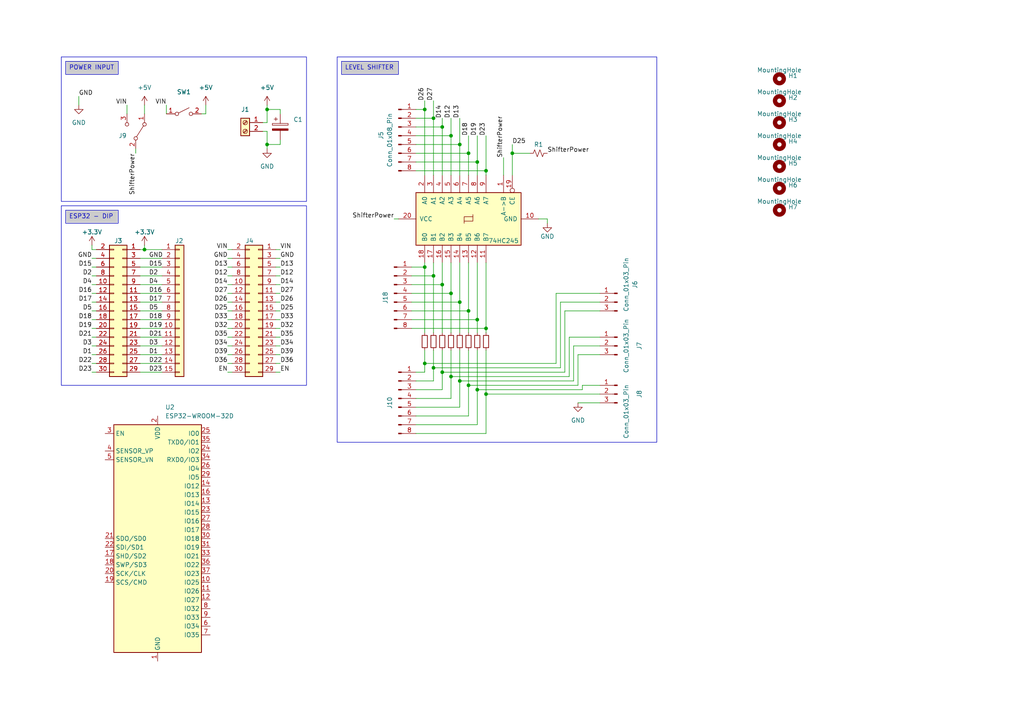
<source format=kicad_sch>
(kicad_sch (version 20230121) (generator eeschema)
  (paper "A4")
  (lib_symbols
    (symbol "74xx:74HC245" (pin_names (offset 1.016))
      (property "Reference" "U" (at -7.62 16.51 0))
      (property "Value" "74HC245" (at -7.62 -16.51 0))
      (symbol "74HC245_1_0"
        (polyline (pts (xy -0.635 -1.27) (xy -0.635 1.27) (xy 0.635 1.27)))
        (polyline (pts (xy -1.27 -1.27) (xy 0.635 -1.27) (xy 0.635 1.27) (xy 1.27 1.27)))
        (pin input line (at -12.7 -10.16 0) (length 5.08) (name "A->B") (number "1"))
        (pin power_in line (at 0 -20.32 90) (length 5.08) (name "GND") (number "10"))
        (pin tri_state line (at 12.7 -5.08 180) (length 5.08) (name "B7") (number "11"))
        (pin tri_state line (at 12.7 -2.54 180) (length 5.08) (name "B6") (number "12"))
        (pin tri_state line (at 12.7 0 180) (length 5.08) (name "B5") (number "13"))
        (pin tri_state line (at 12.7 2.54 180) (length 5.08) (name "B4") (number "14"))
        (pin tri_state line (at 12.7 5.08 180) (length 5.08) (name "B3") (number "15"))
        (pin tri_state line (at 12.7 7.62 180) (length 5.08) (name "B2") (number "16"))
        (pin tri_state line (at 12.7 10.16 180) (length 5.08) (name "B1") (number "17"))
        (pin tri_state line (at 12.7 12.7 180) (length 5.08) (name "B0") (number "18"))
        (pin input inverted (at -12.7 -12.7 0) (length 5.08) (name "CE") (number "19"))
        (pin tri_state line (at -12.7 12.7 0) (length 5.08) (name "A0") (number "2"))
        (pin power_in line (at 0 20.32 270) (length 5.08) (name "VCC") (number "20"))
        (pin tri_state line (at -12.7 10.16 0) (length 5.08) (name "A1") (number "3"))
        (pin tri_state line (at -12.7 7.62 0) (length 5.08) (name "A2") (number "4"))
        (pin tri_state line (at -12.7 5.08 0) (length 5.08) (name "A3") (number "5"))
        (pin tri_state line (at -12.7 2.54 0) (length 5.08) (name "A4") (number "6"))
        (pin tri_state line (at -12.7 0 0) (length 5.08) (name "A5") (number "7"))
        (pin tri_state line (at -12.7 -2.54 0) (length 5.08) (name "A6") (number "8"))
        (pin tri_state line (at -12.7 -5.08 0) (length 5.08) (name "A7") (number "9"))
      )
      (symbol "74HC245_1_1"
        (rectangle (start -7.62 15.24) (end 7.62 -15.24) (stroke (width 0.254)) (fill (type background)))
      )
    )
    (symbol "Connector:Conn_01x03_Pin" (pin_names (offset 1.016) hide)
      (property "Reference" "J" (at 0 5.08 0))
      (property "Value" "Conn_01x03_Pin" (at 0 -5.08 0))
      (symbol "Conn_01x03_Pin_1_1"
        (polyline (pts (xy 1.27 -2.54) (xy 0.8636 -2.54)) (stroke (width 0.1524)))
        (polyline (pts (xy 1.27 0) (xy 0.8636 0)) (stroke (width 0.1524)))
        (polyline (pts (xy 1.27 2.54) (xy 0.8636 2.54)) (stroke (width 0.1524)))
        (rectangle (start 0.8636 -2.413) (end 0 -2.667) (stroke (width 0.1524)) (fill (type outline)))
        (rectangle (start 0.8636 0.127) (end 0 -0.127) (stroke (width 0.1524)) (fill (type outline)))
        (rectangle (start 0.8636 2.667) (end 0 2.413) (stroke (width 0.1524)) (fill (type outline)))
        (pin passive line (at 5.08 2.54 180) (length 3.81) (name "Pin_1") (number "1"))
        (pin passive line (at 5.08 0 180) (length 3.81) (name "Pin_2") (number "2"))
        (pin passive line (at 5.08 -2.54 180) (length 3.81) (name "Pin_3") (number "3"))
      )
    )
    (symbol "Connector:Conn_01x08_Pin" (pin_names (offset 1.016) hide)
      (property "Reference" "J" (at 0 10.16 0))
      (property "Value" "Conn_01x08_Pin" (at 0 -12.7 0))
      (symbol "Conn_01x08_Pin_1_1"
        (polyline (pts (xy 1.27 -10.16) (xy 0.8636 -10.16)) (stroke (width 0.1524)))
        (polyline (pts (xy 1.27 -7.62) (xy 0.8636 -7.62)) (stroke (width 0.1524)))
        (polyline (pts (xy 1.27 -5.08) (xy 0.8636 -5.08)) (stroke (width 0.1524)))
        (polyline (pts (xy 1.27 -2.54) (xy 0.8636 -2.54)) (stroke (width 0.1524)))
        (polyline (pts (xy 1.27 0) (xy 0.8636 0)) (stroke (width 0.1524)))
        (polyline (pts (xy 1.27 2.54) (xy 0.8636 2.54)) (stroke (width 0.1524)))
        (polyline (pts (xy 1.27 5.08) (xy 0.8636 5.08)) (stroke (width 0.1524)))
        (polyline (pts (xy 1.27 7.62) (xy 0.8636 7.62)) (stroke (width 0.1524)))
        (rectangle (start 0.8636 -10.033) (end 0 -10.287) (stroke (width 0.1524)) (fill (type outline)))
        (rectangle (start 0.8636 -7.493) (end 0 -7.747) (stroke (width 0.1524)) (fill (type outline)))
        (rectangle (start 0.8636 -4.953) (end 0 -5.207) (stroke (width 0.1524)) (fill (type outline)))
        (rectangle (start 0.8636 -2.413) (end 0 -2.667) (stroke (width 0.1524)) (fill (type outline)))
        (rectangle (start 0.8636 0.127) (end 0 -0.127) (stroke (width 0.1524)) (fill (type outline)))
        (rectangle (start 0.8636 2.667) (end 0 2.413) (stroke (width 0.1524)) (fill (type outline)))
        (rectangle (start 0.8636 5.207) (end 0 4.953) (stroke (width 0.1524)) (fill (type outline)))
        (rectangle (start 0.8636 7.747) (end 0 7.493) (stroke (width 0.1524)) (fill (type outline)))
        (pin passive line (at 5.08 7.62 180) (length 3.81) (name "Pin_1") (number "1"))
        (pin passive line (at 5.08 5.08 180) (length 3.81) (name "Pin_2") (number "2"))
        (pin passive line (at 5.08 2.54 180) (length 3.81) (name "Pin_3") (number "3"))
        (pin passive line (at 5.08 0 180) (length 3.81) (name "Pin_4") (number "4"))
        (pin passive line (at 5.08 -2.54 180) (length 3.81) (name "Pin_5") (number "5"))
        (pin passive line (at 5.08 -5.08 180) (length 3.81) (name "Pin_6") (number "6"))
        (pin passive line (at 5.08 -7.62 180) (length 3.81) (name "Pin_7") (number "7"))
        (pin passive line (at 5.08 -10.16 180) (length 3.81) (name "Pin_8") (number "8"))
      )
    )
    (symbol "Connector:Screw_Terminal_01x02" (pin_names (offset 1.016) hide)
      (property "Reference" "J" (at 0 2.54 0))
      (property "Value" "Screw_Terminal_01x02" (at 0 -5.08 0))
      (symbol "Screw_Terminal_01x02_1_1"
        (rectangle (start -1.27 1.27) (end 1.27 -3.81) (stroke (width 0.254)) (fill (type background)))
        (circle (center 0 -2.54) (radius 0.635) (stroke (width 0.1524)))
        (polyline (pts (xy -0.5334 -2.2098) (xy 0.3302 -3.048)) (stroke (width 0.1524)))
        (polyline (pts (xy -0.5334 0.3302) (xy 0.3302 -0.508)) (stroke (width 0.1524)))
        (polyline (pts (xy -0.3556 -2.032) (xy 0.508 -2.8702)) (stroke (width 0.1524)))
        (polyline (pts (xy -0.3556 0.508) (xy 0.508 -0.3302)) (stroke (width 0.1524)))
        (circle (center 0 0) (radius 0.635) (stroke (width 0.1524)))
        (pin passive line (at -5.08 0 0) (length 3.81) (name "Pin_1") (number "1"))
        (pin passive line (at -5.08 -2.54 0) (length 3.81) (name "Pin_2") (number "2"))
      )
    )
    (symbol "Connector_Generic:Conn_01x15" (pin_names (offset 1.016) hide)
      (property "Reference" "J" (at 0 20.32 0))
      (property "Value" "Conn_01x15" (at 0 -20.32 0))
      (symbol "Conn_01x15_1_1"
        (rectangle (start -1.27 -17.653) (end 0 -17.907) (stroke (width 0.1524)))
        (rectangle (start -1.27 -15.113) (end 0 -15.367) (stroke (width 0.1524)))
        (rectangle (start -1.27 -12.573) (end 0 -12.827) (stroke (width 0.1524)))
        (rectangle (start -1.27 -10.033) (end 0 -10.287) (stroke (width 0.1524)))
        (rectangle (start -1.27 -7.493) (end 0 -7.747) (stroke (width 0.1524)))
        (rectangle (start -1.27 -4.953) (end 0 -5.207) (stroke (width 0.1524)))
        (rectangle (start -1.27 -2.413) (end 0 -2.667) (stroke (width 0.1524)))
        (rectangle (start -1.27 0.127) (end 0 -0.127) (stroke (width 0.1524)))
        (rectangle (start -1.27 2.667) (end 0 2.413) (stroke (width 0.1524)))
        (rectangle (start -1.27 5.207) (end 0 4.953) (stroke (width 0.1524)))
        (rectangle (start -1.27 7.747) (end 0 7.493) (stroke (width 0.1524)))
        (rectangle (start -1.27 10.287) (end 0 10.033) (stroke (width 0.1524)))
        (rectangle (start -1.27 12.827) (end 0 12.573) (stroke (width 0.1524)))
        (rectangle (start -1.27 15.367) (end 0 15.113) (stroke (width 0.1524)))
        (rectangle (start -1.27 17.907) (end 0 17.653) (stroke (width 0.1524)))
        (rectangle (start -1.27 19.05) (end 1.27 -19.05) (stroke (width 0.254)) (fill (type background)))
        (pin passive line (at -5.08 17.78 0) (length 3.81) (name "Pin_1") (number "1"))
        (pin passive line (at -5.08 -5.08 0) (length 3.81) (name "Pin_10") (number "10"))
        (pin passive line (at -5.08 -7.62 0) (length 3.81) (name "Pin_11") (number "11"))
        (pin passive line (at -5.08 -10.16 0) (length 3.81) (name "Pin_12") (number "12"))
        (pin passive line (at -5.08 -12.7 0) (length 3.81) (name "Pin_13") (number "13"))
        (pin passive line (at -5.08 -15.24 0) (length 3.81) (name "Pin_14") (number "14"))
        (pin passive line (at -5.08 -17.78 0) (length 3.81) (name "Pin_15") (number "15"))
        (pin passive line (at -5.08 15.24 0) (length 3.81) (name "Pin_2") (number "2"))
        (pin passive line (at -5.08 12.7 0) (length 3.81) (name "Pin_3") (number "3"))
        (pin passive line (at -5.08 10.16 0) (length 3.81) (name "Pin_4") (number "4"))
        (pin passive line (at -5.08 7.62 0) (length 3.81) (name "Pin_5") (number "5"))
        (pin passive line (at -5.08 5.08 0) (length 3.81) (name "Pin_6") (number "6"))
        (pin passive line (at -5.08 2.54 0) (length 3.81) (name "Pin_7") (number "7"))
        (pin passive line (at -5.08 0 0) (length 3.81) (name "Pin_8") (number "8"))
        (pin passive line (at -5.08 -2.54 0) (length 3.81) (name "Pin_9") (number "9"))
      )
    )
    (symbol "Connector_Generic:Conn_02x15_Odd_Even" (pin_names (offset 1.016) hide)
      (property "Reference" "J" (at 1.27 20.32 0))
      (property "Value" "Conn_02x15_Odd_Even" (at 1.27 -20.32 0))
      (symbol "Conn_02x15_Odd_Even_1_1"
        (rectangle (start -1.27 -17.653) (end 0 -17.907) (stroke (width 0.1524)))
        (rectangle (start -1.27 -15.113) (end 0 -15.367) (stroke (width 0.1524)))
        (rectangle (start -1.27 -12.573) (end 0 -12.827) (stroke (width 0.1524)))
        (rectangle (start -1.27 -10.033) (end 0 -10.287) (stroke (width 0.1524)))
        (rectangle (start -1.27 -7.493) (end 0 -7.747) (stroke (width 0.1524)))
        (rectangle (start -1.27 -4.953) (end 0 -5.207) (stroke (width 0.1524)))
        (rectangle (start -1.27 -2.413) (end 0 -2.667) (stroke (width 0.1524)))
        (rectangle (start -1.27 0.127) (end 0 -0.127) (stroke (width 0.1524)))
        (rectangle (start -1.27 2.667) (end 0 2.413) (stroke (width 0.1524)))
        (rectangle (start -1.27 5.207) (end 0 4.953) (stroke (width 0.1524)))
        (rectangle (start -1.27 7.747) (end 0 7.493) (stroke (width 0.1524)))
        (rectangle (start -1.27 10.287) (end 0 10.033) (stroke (width 0.1524)))
        (rectangle (start -1.27 12.827) (end 0 12.573) (stroke (width 0.1524)))
        (rectangle (start -1.27 15.367) (end 0 15.113) (stroke (width 0.1524)))
        (rectangle (start -1.27 17.907) (end 0 17.653) (stroke (width 0.1524)))
        (rectangle (start -1.27 19.05) (end 3.81 -19.05) (stroke (width 0.254)) (fill (type background)))
        (rectangle (start 3.81 -17.653) (end 2.54 -17.907) (stroke (width 0.1524)))
        (rectangle (start 3.81 -15.113) (end 2.54 -15.367) (stroke (width 0.1524)))
        (rectangle (start 3.81 -12.573) (end 2.54 -12.827) (stroke (width 0.1524)))
        (rectangle (start 3.81 -10.033) (end 2.54 -10.287) (stroke (width 0.1524)))
        (rectangle (start 3.81 -7.493) (end 2.54 -7.747) (stroke (width 0.1524)))
        (rectangle (start 3.81 -4.953) (end 2.54 -5.207) (stroke (width 0.1524)))
        (rectangle (start 3.81 -2.413) (end 2.54 -2.667) (stroke (width 0.1524)))
        (rectangle (start 3.81 0.127) (end 2.54 -0.127) (stroke (width 0.1524)))
        (rectangle (start 3.81 2.667) (end 2.54 2.413) (stroke (width 0.1524)))
        (rectangle (start 3.81 5.207) (end 2.54 4.953) (stroke (width 0.1524)))
        (rectangle (start 3.81 7.747) (end 2.54 7.493) (stroke (width 0.1524)))
        (rectangle (start 3.81 10.287) (end 2.54 10.033) (stroke (width 0.1524)))
        (rectangle (start 3.81 12.827) (end 2.54 12.573) (stroke (width 0.1524)))
        (rectangle (start 3.81 15.367) (end 2.54 15.113) (stroke (width 0.1524)))
        (rectangle (start 3.81 17.907) (end 2.54 17.653) (stroke (width 0.1524)))
        (pin passive line (at -5.08 17.78 0) (length 3.81) (name "Pin_1") (number "1"))
        (pin passive line (at 7.62 7.62 180) (length 3.81) (name "Pin_10") (number "10"))
        (pin passive line (at -5.08 5.08 0) (length 3.81) (name "Pin_11") (number "11"))
        (pin passive line (at 7.62 5.08 180) (length 3.81) (name "Pin_12") (number "12"))
        (pin passive line (at -5.08 2.54 0) (length 3.81) (name "Pin_13") (number "13"))
        (pin passive line (at 7.62 2.54 180) (length 3.81) (name "Pin_14") (number "14"))
        (pin passive line (at -5.08 0 0) (length 3.81) (name "Pin_15") (number "15"))
        (pin passive line (at 7.62 0 180) (length 3.81) (name "Pin_16") (number "16"))
        (pin passive line (at -5.08 -2.54 0) (length 3.81) (name "Pin_17") (number "17"))
        (pin passive line (at 7.62 -2.54 180) (length 3.81) (name "Pin_18") (number "18"))
        (pin passive line (at -5.08 -5.08 0) (length 3.81) (name "Pin_19") (number "19"))
        (pin passive line (at 7.62 17.78 180) (length 3.81) (name "Pin_2") (number "2"))
        (pin passive line (at 7.62 -5.08 180) (length 3.81) (name "Pin_20") (number "20"))
        (pin passive line (at -5.08 -7.62 0) (length 3.81) (name "Pin_21") (number "21"))
        (pin passive line (at 7.62 -7.62 180) (length 3.81) (name "Pin_22") (number "22"))
        (pin passive line (at -5.08 -10.16 0) (length 3.81) (name "Pin_23") (number "23"))
        (pin passive line (at 7.62 -10.16 180) (length 3.81) (name "Pin_24") (number "24"))
        (pin passive line (at -5.08 -12.7 0) (length 3.81) (name "Pin_25") (number "25"))
        (pin passive line (at 7.62 -12.7 180) (length 3.81) (name "Pin_26") (number "26"))
        (pin passive line (at -5.08 -15.24 0) (length 3.81) (name "Pin_27") (number "27"))
        (pin passive line (at 7.62 -15.24 180) (length 3.81) (name "Pin_28") (number "28"))
        (pin passive line (at -5.08 -17.78 0) (length 3.81) (name "Pin_29") (number "29"))
        (pin passive line (at -5.08 15.24 0) (length 3.81) (name "Pin_3") (number "3"))
        (pin passive line (at 7.62 -17.78 180) (length 3.81) (name "Pin_30") (number "30"))
        (pin passive line (at 7.62 15.24 180) (length 3.81) (name "Pin_4") (number "4"))
        (pin passive line (at -5.08 12.7 0) (length 3.81) (name "Pin_5") (number "5"))
        (pin passive line (at 7.62 12.7 180) (length 3.81) (name "Pin_6") (number "6"))
        (pin passive line (at -5.08 10.16 0) (length 3.81) (name "Pin_7") (number "7"))
        (pin passive line (at 7.62 10.16 180) (length 3.81) (name "Pin_8") (number "8"))
        (pin passive line (at -5.08 7.62 0) (length 3.81) (name "Pin_9") (number "9"))
      )
    )
    (symbol "Device:C_Polarized" (pin_numbers hide) (pin_names (offset 0.254))
      (property "Reference" "C" (at 0.635 2.54 0))
      (property "Value" "C_Polarized" (at 0.635 -2.54 0))
      (symbol "C_Polarized_0_1"
        (rectangle (start -2.286 0.508) (end 2.286 1.016))
        (polyline (pts (xy -1.778 2.286) (xy -0.762 2.286)))
        (polyline (pts (xy -1.27 2.794) (xy -1.27 1.778)))
        (rectangle (start 2.286 -0.508) (end -2.286 -1.016) (fill (type outline)))
      )
      (symbol "C_Polarized_1_1"
        (pin passive line (at 0 3.81 270) (length 2.794) (name "~") (number "1"))
        (pin passive line (at 0 -3.81 90) (length 2.794) (name "~") (number "2"))
      )
    )
    (symbol "Device:R_Small" (pin_numbers hide) (pin_names (offset 0.254) hide)
      (property "Reference" "R" (at 0.762 0.508 0))
      (property "Value" "R_Small" (at 0.762 -1.016 0))
      (symbol "R_Small_0_1"
        (rectangle (start -0.762 1.778) (end 0.762 -1.778) (stroke (width 0.2032)))
      )
      (symbol "R_Small_1_1"
        (pin passive line (at 0 2.54 270) (length 0.762) (name "~") (number "1"))
        (pin passive line (at 0 -2.54 90) (length 0.762) (name "~") (number "2"))
      )
    )
    (symbol "Device:R_Small_US" (pin_numbers hide) (pin_names (offset 0.254) hide)
      (property "Reference" "R" (at 0.762 0.508 0))
      (property "Value" "R_Small_US" (at 0.762 -1.016 0))
      (symbol "R_Small_US_1_1"
        (polyline (pts (xy 0 0) (xy 1.016 -0.381) (xy 0 -0.762) (xy -1.016 -1.143) (xy 0 -1.524)))
        (polyline (pts (xy 0 1.524) (xy 1.016 1.143) (xy 0 0.762) (xy -1.016 0.381) (xy 0 0)))
        (pin passive line (at 0 2.54 270) (length 1.016) (name "~") (number "1"))
        (pin passive line (at 0 -2.54 90) (length 1.016) (name "~") (number "2"))
      )
    )
    (symbol "Mechanical:MountingHole" (pin_names (offset 1.016))
      (property "Reference" "H" (at 0 5.08 0))
      (property "Value" "MountingHole" (at 0 3.175 0))
      (symbol "MountingHole_0_1"
        (circle (center 0 0) (radius 1.27) (stroke (width 1.27)))
      )
    )
    (symbol "RF_Module:ESP32-WROOM-32D"
      (property "Reference" "U" (at -12.7 34.29 0))
      (property "Value" "ESP32-WROOM-32D" (at 1.27 34.29 0))
      (symbol "ESP32-WROOM-32D_0_1"
        (rectangle (start -12.7 33.02) (end 12.7 -33.02) (stroke (width 0.254)) (fill (type background)))
      )
      (symbol "ESP32-WROOM-32D_1_1"
        (pin power_in line (at 0 -35.56 90) (length 2.54) (name "GND") (number "1"))
        (pin bidirectional line (at 15.24 -12.7 180) (length 2.54) (name "IO25") (number "10"))
        (pin bidirectional line (at 15.24 -15.24 180) (length 2.54) (name "IO26") (number "11"))
        (pin bidirectional line (at 15.24 -17.78 180) (length 2.54) (name "IO27") (number "12"))
        (pin bidirectional line (at 15.24 10.16 180) (length 2.54) (name "IO14") (number "13"))
        (pin bidirectional line (at 15.24 15.24 180) (length 2.54) (name "IO12") (number "14"))
        (pin passive line (at 0 -35.56 90) (length 2.54) hide (name "GND") (number "15"))
        (pin bidirectional line (at 15.24 12.7 180) (length 2.54) (name "IO13") (number "16"))
        (pin bidirectional line (at -15.24 -5.08 0) (length 2.54) (name "SHD/SD2") (number "17"))
        (pin bidirectional line (at -15.24 -7.62 0) (length 2.54) (name "SWP/SD3") (number "18"))
        (pin bidirectional line (at -15.24 -12.7 0) (length 2.54) (name "SCS/CMD") (number "19"))
        (pin power_in line (at 0 35.56 270) (length 2.54) (name "VDD") (number "2"))
        (pin bidirectional line (at -15.24 -10.16 0) (length 2.54) (name "SCK/CLK") (number "20"))
        (pin bidirectional line (at -15.24 0 0) (length 2.54) (name "SDO/SD0") (number "21"))
        (pin bidirectional line (at -15.24 -2.54 0) (length 2.54) (name "SDI/SD1") (number "22"))
        (pin bidirectional line (at 15.24 7.62 180) (length 2.54) (name "IO15") (number "23"))
        (pin bidirectional line (at 15.24 25.4 180) (length 2.54) (name "IO2") (number "24"))
        (pin bidirectional line (at 15.24 30.48 180) (length 2.54) (name "IO0") (number "25"))
        (pin bidirectional line (at 15.24 20.32 180) (length 2.54) (name "IO4") (number "26"))
        (pin bidirectional line (at 15.24 5.08 180) (length 2.54) (name "IO16") (number "27"))
        (pin bidirectional line (at 15.24 2.54 180) (length 2.54) (name "IO17") (number "28"))
        (pin bidirectional line (at 15.24 17.78 180) (length 2.54) (name "IO5") (number "29"))
        (pin input line (at -15.24 30.48 0) (length 2.54) (name "EN") (number "3"))
        (pin bidirectional line (at 15.24 0 180) (length 2.54) (name "IO18") (number "30"))
        (pin bidirectional line (at 15.24 -2.54 180) (length 2.54) (name "IO19") (number "31"))
        (pin no_connect line (at -12.7 -27.94 0) (length 2.54) hide (name "NC") (number "32"))
        (pin bidirectional line (at 15.24 -5.08 180) (length 2.54) (name "IO21") (number "33"))
        (pin bidirectional line (at 15.24 22.86 180) (length 2.54) (name "RXD0/IO3") (number "34"))
        (pin bidirectional line (at 15.24 27.94 180) (length 2.54) (name "TXD0/IO1") (number "35"))
        (pin bidirectional line (at 15.24 -7.62 180) (length 2.54) (name "IO22") (number "36"))
        (pin bidirectional line (at 15.24 -10.16 180) (length 2.54) (name "IO23") (number "37"))
        (pin passive line (at 0 -35.56 90) (length 2.54) hide (name "GND") (number "38"))
        (pin passive line (at 0 -35.56 90) (length 2.54) hide (name "GND") (number "39"))
        (pin input line (at -15.24 25.4 0) (length 2.54) (name "SENSOR_VP") (number "4"))
        (pin input line (at -15.24 22.86 0) (length 2.54) (name "SENSOR_VN") (number "5"))
        (pin input line (at 15.24 -25.4 180) (length 2.54) (name "IO34") (number "6"))
        (pin input line (at 15.24 -27.94 180) (length 2.54) (name "IO35") (number "7"))
        (pin bidirectional line (at 15.24 -20.32 180) (length 2.54) (name "IO32") (number "8"))
        (pin bidirectional line (at 15.24 -22.86 180) (length 2.54) (name "IO33") (number "9"))
      )
    )
    (symbol "Switch:SW_SPDT" (pin_names (offset 0) hide)
      (property "Reference" "SW" (at 0 4.318 0))
      (property "Value" "SW_SPDT" (at 0 -5.08 0))
      (symbol "SW_SPDT_0_0"
        (circle (center -2.032 0) (radius 0.508))
        (circle (center 2.032 -2.54) (radius 0.508))
      )
      (symbol "SW_SPDT_0_1"
        (polyline (pts (xy -1.524 0.254) (xy 1.651 2.286)))
        (circle (center 2.032 2.54) (radius 0.508))
      )
      (symbol "SW_SPDT_1_1"
        (pin passive line (at 5.08 2.54 180) (length 2.54) (name "A") (number "1"))
        (pin passive line (at -5.08 0 0) (length 2.54) (name "B") (number "2"))
        (pin passive line (at 5.08 -2.54 180) (length 2.54) (name "C") (number "3"))
      )
    )
    (symbol "Switch:SW_SPST" (pin_names (offset 0) hide)
      (property "Reference" "SW" (at 0 3.175 0))
      (property "Value" "SW_SPST" (at 0 -2.54 0))
      (symbol "SW_SPST_0_0"
        (circle (center -2.032 0) (radius 0.508))
        (polyline (pts (xy -1.524 0.254) (xy 1.524 1.778)))
        (circle (center 2.032 0) (radius 0.508))
      )
      (symbol "SW_SPST_1_1"
        (pin passive line (at -5.08 0 0) (length 2.54) (name "A") (number "1"))
        (pin passive line (at 5.08 0 180) (length 2.54) (name "B") (number "2"))
      )
    )
    (symbol "power:+3.3V" (power) (pin_names (offset 0))
      (property "Value" "+3.3V" (at 0 3.556 0))
      (symbol "+3.3V_0_1"
        (polyline (pts (xy -0.762 1.27) (xy 0 2.54)))
        (polyline (pts (xy 0 0) (xy 0 2.54)))
        (polyline (pts (xy 0 2.54) (xy 0.762 1.27)))
      )
      (symbol "+3.3V_1_1"
        (pin power_in line (at 0 0 90) (length 0) hide (name "+3.3V") (number "1"))
      )
    )
    (symbol "power:+5V" (power) (pin_names (offset 0))
      (property "Value" "+5V" (at 0 3.556 0))
      (symbol "+5V_0_1"
        (polyline (pts (xy -0.762 1.27) (xy 0 2.54)))
        (polyline (pts (xy 0 0) (xy 0 2.54)))
        (polyline (pts (xy 0 2.54) (xy 0.762 1.27)))
      )
      (symbol "+5V_1_1"
        (pin power_in line (at 0 0 90) (length 0) hide (name "+5V") (number "1"))
      )
    )
    (symbol "power:GND" (power) (pin_names (offset 0))
      (property "Value" "GND" (at 0 -3.81 0))
      (symbol "GND_0_1"
        (polyline (pts (xy 0 0) (xy 0 -1.27) (xy 1.27 -1.27) (xy 0 -2.54) (xy -1.27 -1.27) (xy 0 -1.27)))
      )
      (symbol "GND_1_1"
        (pin power_in line (at 0 0 270) (length 0) hide (name "GND") (number "1"))
      )
    )
  )
  (junction (at 135.89 44.45))
  (junction (at 125.73 80.01))
  (junction (at 140.97 95.25))
  (junction (at 123.19 31.75))
  (junction (at 138.43 113.03))
  (junction (at 140.97 114.3))
  (junction (at 128.27 107.95))
  (junction (at 77.47 41.91))
  (junction (at 148.59 44.45))
  (junction (at 128.27 36.83))
  (junction (at 130.81 39.37))
  (junction (at 133.35 87.63))
  (junction (at 77.47 31.75))
  (junction (at 133.35 41.91))
  (junction (at 128.27 82.55))
  (junction (at 41.91 72.39))
  (junction (at 135.89 90.17))
  (junction (at 138.43 92.71))
  (junction (at 125.73 106.68))
  (junction (at 135.89 111.76))
  (junction (at 130.81 109.22))
  (junction (at 123.19 77.47))
  (junction (at 138.43 46.99))
  (junction (at 123.19 105.41))
  (junction (at 140.97 49.53))
  (junction (at 125.73 34.29))
  (junction (at 133.35 110.49))
  (junction (at 130.81 85.09))
  (wire (pts (xy 120.65 110.49) (xy 125.73 110.49)))
  (wire (pts (xy 66.04 100.33) (xy 67.31 100.33)))
  (wire (pts (xy 128.27 82.55) (xy 128.27 96.52)))
  (wire (pts (xy 80.01 74.93) (xy 81.28 74.93)))
  (wire (pts (xy 120.65 107.95) (xy 123.19 107.95)))
  (wire (pts (xy 119.38 87.63) (xy 133.35 87.63)))
  (wire (pts (xy 77.47 41.91) (xy 77.47 43.18)))
  (wire (pts (xy 76.2 38.1) (xy 77.47 38.1)))
  (wire (pts (xy 120.65 113.03) (xy 128.27 113.03)))
  (wire (pts (xy 66.04 102.87) (xy 67.31 102.87)))
  (wire (pts (xy 22.86 30.48) (xy 22.86 27.94)))
  (wire (pts (xy 26.67 87.63) (xy 27.94 87.63)))
  (wire (pts (xy 120.65 41.91) (xy 133.35 41.91)))
  (wire (pts (xy 26.67 107.95) (xy 27.94 107.95)))
  (wire (pts (xy 162.56 87.63) (xy 162.56 106.68)))
  (wire (pts (xy 133.35 118.11) (xy 133.35 110.49)))
  (wire (pts (xy 128.27 101.6) (xy 128.27 107.95)))
  (wire (pts (xy 130.81 76.2) (xy 130.81 85.09)))
  (wire (pts (xy 146.05 45.72) (xy 146.05 50.8)))
  (wire (pts (xy 41.91 72.39) (xy 46.99 72.39)))
  (wire (pts (xy 120.65 49.53) (xy 140.97 49.53)))
  (wire (pts (xy 120.65 36.83) (xy 128.27 36.83)))
  (wire (pts (xy 123.19 31.75) (xy 123.19 50.8)))
  (wire (pts (xy 128.27 107.95) (xy 163.83 107.95)))
  (wire (pts (xy 40.64 85.09) (xy 46.99 85.09)))
  (wire (pts (xy 138.43 113.03) (xy 168.91 113.03)))
  (wire (pts (xy 138.43 113.03) (xy 138.43 123.19)))
  (wire (pts (xy 125.73 76.2) (xy 125.73 80.01)))
  (wire (pts (xy 114.3 63.5) (xy 115.57 63.5)))
  (wire (pts (xy 133.35 87.63) (xy 133.35 96.52)))
  (wire (pts (xy 41.91 72.39) (xy 40.64 72.39)))
  (wire (pts (xy 40.64 82.55) (xy 46.99 82.55)))
  (wire (pts (xy 80.01 95.25) (xy 81.28 95.25)))
  (wire (pts (xy 138.43 39.37) (xy 138.43 46.99)))
  (wire (pts (xy 158.75 63.5) (xy 156.21 63.5)))
  (wire (pts (xy 130.81 109.22) (xy 165.1 109.22)))
  (wire (pts (xy 66.04 105.41) (xy 67.31 105.41)))
  (wire (pts (xy 125.73 80.01) (xy 125.73 96.52)))
  (wire (pts (xy 80.01 100.33) (xy 81.28 100.33)))
  (wire (pts (xy 140.97 114.3) (xy 173.99 114.3)))
  (wire (pts (xy 77.47 31.75) (xy 77.47 35.56)))
  (wire (pts (xy 130.81 34.29) (xy 130.81 39.37)))
  (wire (pts (xy 80.01 102.87) (xy 81.28 102.87)))
  (wire (pts (xy 67.31 82.55) (xy 66.04 82.55)))
  (wire (pts (xy 130.81 115.57) (xy 130.81 109.22)))
  (wire (pts (xy 140.97 49.53) (xy 140.97 50.8)))
  (wire (pts (xy 26.67 102.87) (xy 27.94 102.87)))
  (wire (pts (xy 173.99 85.09) (xy 161.29 85.09)))
  (wire (pts (xy 125.73 34.29) (xy 125.73 50.8)))
  (wire (pts (xy 130.81 85.09) (xy 130.81 96.52)))
  (wire (pts (xy 40.64 87.63) (xy 46.99 87.63)))
  (wire (pts (xy 140.97 101.6) (xy 140.97 114.3)))
  (wire (pts (xy 66.04 74.93) (xy 67.31 74.93)))
  (wire (pts (xy 120.65 118.11) (xy 133.35 118.11)))
  (wire (pts (xy 158.75 64.77) (xy 158.75 63.5)))
  (wire (pts (xy 40.64 95.25) (xy 46.99 95.25)))
  (wire (pts (xy 133.35 110.49) (xy 166.37 110.49)))
  (wire (pts (xy 26.67 92.71) (xy 27.94 92.71)))
  (wire (pts (xy 119.38 82.55) (xy 128.27 82.55)))
  (wire (pts (xy 119.38 77.47) (xy 123.19 77.47)))
  (wire (pts (xy 26.67 85.09) (xy 27.94 85.09)))
  (wire (pts (xy 120.65 44.45) (xy 135.89 44.45)))
  (wire (pts (xy 66.04 90.17) (xy 67.31 90.17)))
  (wire (pts (xy 123.19 29.21) (xy 123.19 31.75)))
  (wire (pts (xy 135.89 90.17) (xy 135.89 96.52)))
  (wire (pts (xy 26.67 105.41) (xy 27.94 105.41)))
  (wire (pts (xy 40.64 97.79) (xy 46.99 97.79)))
  (wire (pts (xy 41.91 30.48) (xy 41.91 33.02)))
  (wire (pts (xy 120.65 115.57) (xy 130.81 115.57)))
  (wire (pts (xy 135.89 76.2) (xy 135.89 90.17)))
  (wire (pts (xy 167.64 102.87) (xy 167.64 111.76)))
  (wire (pts (xy 138.43 92.71) (xy 138.43 96.52)))
  (wire (pts (xy 119.38 85.09) (xy 130.81 85.09)))
  (wire (pts (xy 80.01 87.63) (xy 81.28 87.63)))
  (wire (pts (xy 41.91 71.12) (xy 41.91 72.39)))
  (wire (pts (xy 40.64 74.93) (xy 46.99 74.93)))
  (wire (pts (xy 133.35 76.2) (xy 133.35 87.63)))
  (wire (pts (xy 135.89 101.6) (xy 135.89 111.76)))
  (wire (pts (xy 119.38 80.01) (xy 125.73 80.01)))
  (wire (pts (xy 77.47 38.1) (xy 77.47 41.91)))
  (wire (pts (xy 135.89 44.45) (xy 135.89 50.8)))
  (wire (pts (xy 26.67 90.17) (xy 27.94 90.17)))
  (wire (pts (xy 119.38 92.71) (xy 138.43 92.71)))
  (wire (pts (xy 140.97 114.3) (xy 140.97 125.73)))
  (wire (pts (xy 148.59 44.45) (xy 148.59 50.8)))
  (wire (pts (xy 125.73 29.21) (xy 125.73 34.29)))
  (wire (pts (xy 81.28 31.75) (xy 77.47 31.75)))
  (wire (pts (xy 59.69 33.02) (xy 59.69 30.48)))
  (wire (pts (xy 173.99 87.63) (xy 162.56 87.63)))
  (wire (pts (xy 81.28 33.02) (xy 81.28 31.75)))
  (wire (pts (xy 120.65 39.37) (xy 130.81 39.37)))
  (wire (pts (xy 125.73 106.68) (xy 162.56 106.68)))
  (wire (pts (xy 77.47 30.48) (xy 77.47 31.75)))
  (wire (pts (xy 26.67 100.33) (xy 27.94 100.33)))
  (wire (pts (xy 26.67 77.47) (xy 27.94 77.47)))
  (wire (pts (xy 167.64 116.84) (xy 173.99 116.84)))
  (wire (pts (xy 26.67 74.93) (xy 27.94 74.93)))
  (wire (pts (xy 173.99 102.87) (xy 167.64 102.87)))
  (wire (pts (xy 80.01 80.01) (xy 81.28 80.01)))
  (wire (pts (xy 128.27 34.29) (xy 128.27 36.83)))
  (wire (pts (xy 123.19 77.47) (xy 123.19 96.52)))
  (wire (pts (xy 26.67 82.55) (xy 27.94 82.55)))
  (wire (pts (xy 173.99 100.33) (xy 166.37 100.33)))
  (wire (pts (xy 133.35 101.6) (xy 133.35 110.49)))
  (wire (pts (xy 80.01 107.95) (xy 81.28 107.95)))
  (wire (pts (xy 173.99 90.17) (xy 163.83 90.17)))
  (wire (pts (xy 119.38 95.25) (xy 140.97 95.25)))
  (wire (pts (xy 135.89 120.65) (xy 135.89 111.76)))
  (wire (pts (xy 80.01 105.41) (xy 81.28 105.41)))
  (wire (pts (xy 163.83 90.17) (xy 163.83 107.95)))
  (wire (pts (xy 125.73 110.49) (xy 125.73 106.68)))
  (wire (pts (xy 66.04 87.63) (xy 67.31 87.63)))
  (wire (pts (xy 173.99 97.79) (xy 165.1 97.79)))
  (wire (pts (xy 168.91 113.03) (xy 168.91 111.76)))
  (wire (pts (xy 128.27 76.2) (xy 128.27 82.55)))
  (wire (pts (xy 66.04 72.39) (xy 67.31 72.39)))
  (wire (pts (xy 26.67 97.79) (xy 27.94 97.79)))
  (wire (pts (xy 48.26 30.48) (xy 48.26 33.02)))
  (wire (pts (xy 80.01 85.09) (xy 81.28 85.09)))
  (wire (pts (xy 76.2 35.56) (xy 77.47 35.56)))
  (wire (pts (xy 135.89 111.76) (xy 167.64 111.76)))
  (wire (pts (xy 58.42 33.02) (xy 59.69 33.02)))
  (wire (pts (xy 26.67 95.25) (xy 27.94 95.25)))
  (wire (pts (xy 148.59 41.91) (xy 148.59 44.45)))
  (wire (pts (xy 120.65 31.75) (xy 123.19 31.75)))
  (wire (pts (xy 123.19 101.6) (xy 123.19 105.41)))
  (wire (pts (xy 77.47 41.91) (xy 81.28 41.91)))
  (wire (pts (xy 66.04 85.09) (xy 67.31 85.09)))
  (wire (pts (xy 66.04 80.01) (xy 67.31 80.01)))
  (wire (pts (xy 125.73 101.6) (xy 125.73 106.68)))
  (wire (pts (xy 40.64 107.95) (xy 46.99 107.95)))
  (wire (pts (xy 26.67 80.01) (xy 27.94 80.01)))
  (wire (pts (xy 165.1 97.79) (xy 165.1 109.22)))
  (wire (pts (xy 120.65 120.65) (xy 135.89 120.65)))
  (wire (pts (xy 120.65 46.99) (xy 138.43 46.99)))
  (wire (pts (xy 80.01 92.71) (xy 81.28 92.71)))
  (wire (pts (xy 36.83 30.48) (xy 36.83 33.02)))
  (wire (pts (xy 119.38 90.17) (xy 135.89 90.17)))
  (wire (pts (xy 168.91 111.76) (xy 173.99 111.76)))
  (wire (pts (xy 80.01 72.39) (xy 81.28 72.39)))
  (wire (pts (xy 80.01 82.55) (xy 81.28 82.55)))
  (wire (pts (xy 66.04 95.25) (xy 67.31 95.25)))
  (wire (pts (xy 66.04 92.71) (xy 67.31 92.71)))
  (wire (pts (xy 140.97 95.25) (xy 140.97 96.52)))
  (wire (pts (xy 80.01 77.47) (xy 81.28 77.47)))
  (wire (pts (xy 148.59 44.45) (xy 153.67 44.45)))
  (wire (pts (xy 120.65 125.73) (xy 140.97 125.73)))
  (wire (pts (xy 130.81 39.37) (xy 130.81 50.8)))
  (wire (pts (xy 135.89 39.37) (xy 135.89 44.45)))
  (wire (pts (xy 40.64 105.41) (xy 46.99 105.41)))
  (wire (pts (xy 66.04 97.79) (xy 67.31 97.79)))
  (wire (pts (xy 39.37 43.18) (xy 39.37 44.45)))
  (wire (pts (xy 133.35 41.91) (xy 133.35 50.8)))
  (wire (pts (xy 161.29 85.09) (xy 161.29 105.41)))
  (wire (pts (xy 140.97 76.2) (xy 140.97 95.25)))
  (wire (pts (xy 138.43 46.99) (xy 138.43 50.8)))
  (wire (pts (xy 26.67 71.12) (xy 26.67 72.39)))
  (wire (pts (xy 130.81 101.6) (xy 130.81 109.22)))
  (wire (pts (xy 128.27 36.83) (xy 128.27 50.8)))
  (wire (pts (xy 81.28 40.64) (xy 81.28 41.91)))
  (wire (pts (xy 133.35 34.29) (xy 133.35 41.91)))
  (wire (pts (xy 80.01 97.79) (xy 81.28 97.79)))
  (wire (pts (xy 120.65 123.19) (xy 138.43 123.19)))
  (wire (pts (xy 66.04 107.95) (xy 67.31 107.95)))
  (wire (pts (xy 40.64 90.17) (xy 46.99 90.17)))
  (wire (pts (xy 123.19 105.41) (xy 123.19 107.95)))
  (wire (pts (xy 40.64 77.47) (xy 46.99 77.47)))
  (wire (pts (xy 140.97 39.37) (xy 140.97 49.53)))
  (wire (pts (xy 40.64 80.01) (xy 46.99 80.01)))
  (wire (pts (xy 138.43 101.6) (xy 138.43 113.03)))
  (wire (pts (xy 40.64 92.71) (xy 46.99 92.71)))
  (wire (pts (xy 166.37 100.33) (xy 166.37 110.49)))
  (wire (pts (xy 123.19 76.2) (xy 123.19 77.47)))
  (wire (pts (xy 128.27 113.03) (xy 128.27 107.95)))
  (wire (pts (xy 120.65 34.29) (xy 125.73 34.29)))
  (wire (pts (xy 80.01 90.17) (xy 81.28 90.17)))
  (wire (pts (xy 40.64 102.87) (xy 46.99 102.87)))
  (wire (pts (xy 66.04 77.47) (xy 67.31 77.47)))
  (wire (pts (xy 138.43 76.2) (xy 138.43 92.71)))
  (wire (pts (xy 123.19 105.41) (xy 161.29 105.41)))
  (wire (pts (xy 40.64 100.33) (xy 46.99 100.33)))
  (wire (pts (xy 26.67 72.39) (xy 27.94 72.39)))
  (rectangle (start 97.79 16.51) (end 190.5 128.27))
  (rectangle (start 17.78 16.51) (end 88.9 58.42))
  (rectangle (start 17.78 59.69) (end 88.9 111.76))
  (text_box "POWER INPUT" (at 19.05 17.78 0) (size 15.24 3.81) (fill (type color) (color 204 204 204 1)) (effects (font (size 1.27 1.27)) (justify left top)))
  (text_box "ESP32 - DIP" (at 19.05 60.96 0) (size 15.24 3.81) (fill (type color) (color 204 204 204 1)) (effects (font (size 1.27 1.27)) (justify left top)))
  (text_box "LEVEL SHIFTER" (at 99.06 17.78 0) (size 16.51 3.81) (fill (type color) (color 204 204 204 1)) (effects (font (size 1.27 1.27)) (justify left top)))
  (label "D19" (at 138.43 39.37 90))
  (label "D2" (at 26.67 80.01 180))
  (label "D35" (at 66.04 97.79 180))
  (label "GND" (at 66.04 74.93 180))
  (label "D15" (at 26.67 77.47 180))
  (label "D2" (at 43.18 80.01 0))
  (label "ShifterPower" (at 39.37 44.45 270))
  (label "VIN" (at 66.04 72.39 180))
  (label "D33" (at 66.04 92.71 180))
  (label "D13" (at 133.35 34.29 90))
  (label "D27" (at 125.73 29.21 90))
  (label "D5" (at 43.18 90.17 0))
  (label "D22" (at 26.67 105.41 180))
  (label "GND" (at 22.86 27.94 0))
  (label "D5" (at 26.67 90.17 180))
  (label "D26" (at 81.28 87.63 0))
  (label "D25" (at 148.59 41.91 0))
  (label "D36" (at 66.04 105.41 180))
  (label "D23" (at 43.18 107.95 0))
  (label "D27" (at 66.04 85.09 180))
  (label "D1" (at 43.18 102.87 0))
  (label "D19" (at 43.18 95.25 0))
  (label "D16" (at 26.67 85.09 180))
  (label "D3" (at 26.67 100.33 180))
  (label "D34" (at 66.04 100.33 180))
  (label "VIN" (at 81.28 72.39 0))
  (label "D35" (at 81.28 97.79 0))
  (label "ShifterPower" (at 146.05 45.72 90))
  (label "D18" (at 26.67 92.71 180))
  (label "D23" (at 140.97 39.37 90))
  (label "D25" (at 81.28 90.17 0))
  (label "D16" (at 43.18 85.09 0))
  (label "D13" (at 66.04 77.47 180))
  (label "D18" (at 43.18 92.71 0))
  (label "GND" (at 43.18 74.93 0))
  (label "D17" (at 26.67 87.63 180))
  (label "D36" (at 81.28 105.41 0))
  (label "D4" (at 43.18 82.55 0))
  (label "EN" (at 66.04 107.95 180))
  (label "D26" (at 66.04 87.63 180))
  (label "D1" (at 26.67 102.87 180))
  (label "D39" (at 66.04 102.87 180))
  (label "D13" (at 81.28 77.47 0))
  (label "D3" (at 43.18 100.33 0))
  (label "D12" (at 130.81 34.29 90))
  (label "EN" (at 81.28 107.95 0))
  (label "D26" (at 123.19 29.21 90))
  (label "GND" (at 26.67 74.93 180))
  (label "D14" (at 128.27 34.29 90))
  (label "D33" (at 81.28 92.71 0))
  (label "D32" (at 81.28 95.25 0))
  (label "D14" (at 66.04 82.55 180))
  (label "D21" (at 43.18 97.79 0))
  (label "D17" (at 43.18 87.63 0))
  (label "D18" (at 135.89 39.37 90))
  (label "D39" (at 81.28 102.87 0))
  (label "D25" (at 66.04 90.17 180))
  (label "GND" (at 81.28 74.93 0))
  (label "D4" (at 26.67 82.55 180))
  (label "D34" (at 81.28 100.33 0))
  (label "ShifterPower" (at 114.3 63.5 180))
  (label "D21" (at 26.67 97.79 180))
  (label "D12" (at 81.28 80.01 0))
  (label "D15" (at 43.18 77.47 0))
  (label "D23" (at 26.67 107.95 180))
  (label "ShifterPower" (at 158.75 44.45 0))
  (label "D32" (at 66.04 95.25 180))
  (label "D12" (at 66.04 80.01 180))
  (label "D19" (at 26.67 95.25 180))
  (label "VIN" (at 36.83 30.48 180))
  (label "D27" (at 81.28 85.09 0))
  (label "D22" (at 43.18 105.41 0))
  (label "D14" (at 81.28 82.55 0))
  (label "VIN" (at 48.26 30.48 180))
  (symbol (lib_id "Connector:Conn_01x08_Pin") (at 114.3 85.09 0) (unit 1)
    (property "Reference" "J18" (at 111.76 86.36 90))
    (property "Value" "Conn_01x08_Pin" (effects hide))
    (property "Footprint" "Connector_PinHeader_2.54mm:PinHeader_1x08_P2.54mm_Vertical" (effects hide))
  )
  (symbol (lib_id "power:+3.3V") (at 41.91 71.12 0) (unit 1)
    (property "Reference" "#PWR02" (effects hide))
    (property "Value" "+3.3V" (at 41.91 67.31 0))
  )
  (symbol (lib_id "Mechanical:MountingHole") (at 226.06 22.86 0) (unit 1)
    (property "Reference" "H1" (at 228.6 21.9456 0) (effects (justify left)))
    (property "Value" "MountingHole" (at 226.06 20.32 0))
    (property "Footprint" "MountingHole:MountingHole_2.2mm_M2_DIN965_Pad" (effects hide))
  )
  (symbol (lib_id "Device:R_Small") (at 128.27 99.06 0) (unit 1)
    (property "Reference" "R4" (effects hide))
    (property "Value" "R_Small" (effects hide))
    (property "Footprint" "Resistor_SMD:R_1206_3216Metric_Pad1.30x1.75mm_HandSolder" (effects hide))
  )
  (symbol (lib_id "power:GND") (at 77.47 43.18 0) (unit 1)
    (property "Reference" "#PWR04" (effects hide))
    (property "Value" "GND" (at 77.47 48.26 0))
  )
  (symbol (lib_id "Device:R_Small") (at 123.19 99.06 0) (unit 1)
    (property "Reference" "R2" (effects hide))
    (property "Value" "R_Small" (effects hide))
    (property "Footprint" "Resistor_SMD:R_1206_3216Metric_Pad1.30x1.75mm_HandSolder" (effects hide))
  )
  (symbol (lib_id "Connector_Generic:Conn_02x15_Odd_Even") (at 74.93 90.17 0) (mirror y) (unit 1)
    (property "Reference" "J4" (at 72.39 69.85 0))
    (property "Value" "Conn_02x15_Odd_Even" (effects hide))
    (property "Footprint" "Connector_PinSocket_2.54mm:PinSocket_2x15_P2.54mm_Vertical" (effects hide))
  )
  (symbol (lib_id "Connector:Conn_01x03_Pin") (at 179.07 100.33 0) (mirror y) (unit 1)
    (property "Reference" "J7" (at 185.42 100.33 90))
    (property "Value" "Conn_01x03_Pin" (at 181.61 100.33 90))
    (property "Footprint" "Connector_JST:JST_VH_B3P-VH_1x03_P3.96mm_Vertical" (effects hide))
  )
  (symbol (lib_id "Mechanical:MountingHole") (at 226.06 41.91 0) (unit 1)
    (property "Reference" "H4" (at 228.6 40.9956 0) (effects (justify left)))
    (property "Value" "MountingHole" (at 226.06 39.37 0))
    (property "Footprint" "MountingHole:MountingHole_2.2mm_M2_DIN965_Pad" (effects hide))
  )
  (symbol (lib_id "RF_Module:ESP32-WROOM-32D") (at 45.72 156.21 0) (unit 1)
    (property "Reference" "U2" (at 47.9141 118.11 0) (effects (justify left)))
    (property "Value" "ESP32-WROOM-32D" (at 47.9141 120.65 0) (effects (justify left)))
    (property "Footprint" "Seth:DIP-30_W25.4mm" (effects hide))
    (property "Datasheet" "https://www.espressif.com/sites/default/files/documentation/esp32-wroom-32d_esp32-wroom-32u_datasheet_en.pdf" (effects hide))
  )
  (symbol (lib_id "Mechanical:MountingHole") (at 226.06 60.96 0) (unit 1)
    (property "Reference" "H7" (at 228.6 60.0456 0) (effects (justify left)))
    (property "Value" "MountingHole" (at 226.06 58.42 0))
    (property "Footprint" "MountingHole:MountingHole_3.2mm_M3" (effects hide))
  )
  (symbol (lib_id "Switch:SW_SPDT") (at 39.37 38.1 270) (mirror x) (unit 1)
    (property "Reference" "J9" (at 35.56 39.37 90))
    (property "Value" "Conn_01x03_Pin" (effects hide))
    (property "Footprint" "Connector_PinSocket_2.54mm:PinSocket_1x03_P2.54mm_Vertical" (effects hide))
  )
  (symbol (lib_id "Device:R_Small") (at 140.97 99.06 0) (unit 1)
    (property "Reference" "R9" (effects hide))
    (property "Value" "R_Small" (effects hide))
    (property "Footprint" "Resistor_SMD:R_1206_3216Metric_Pad1.30x1.75mm_HandSolder" (effects hide))
  )
  (symbol (lib_id "Mechanical:MountingHole") (at 226.06 48.26 0) (unit 1)
    (property "Reference" "H5" (at 228.6 47.3456 0) (effects (justify left)))
    (property "Value" "MountingHole" (at 226.06 45.72 0))
    (property "Footprint" "MountingHole:MountingHole_2.2mm_M2_DIN965_Pad" (effects hide))
  )
  (symbol (lib_id "power:GND") (at 167.64 116.84 0) (unit 1)
    (property "Reference" "#PWR08" (effects hide))
    (property "Value" "GND" (at 167.64 121.92 0))
  )
  (symbol (lib_id "Device:R_Small") (at 125.73 99.06 0) (unit 1)
    (property "Reference" "R3" (effects hide))
    (property "Value" "R_Small" (effects hide))
    (property "Footprint" "Resistor_SMD:R_1206_3216Metric_Pad1.30x1.75mm_HandSolder" (effects hide))
  )
  (symbol (lib_id "power:GND") (at 158.75 64.77 0) (unit 1)
    (property "Reference" "#PWR05" (effects hide))
    (property "Value" "GND" (at 158.75 68.58 0))
  )
  (symbol (lib_id "Connector:Conn_01x08_Pin") (at 115.57 39.37 0) (unit 1)
    (property "Reference" "J5" (at 110.49 38.1 90) (effects (justify right)))
    (property "Value" "Conn_01x08_Pin" (at 113.03 40.64 90))
    (property "Footprint" "Connector_PinHeader_2.54mm:PinHeader_1x08_P2.54mm_Vertical" (effects hide))
  )
  (symbol (lib_id "Connector_Generic:Conn_01x15") (at 52.07 90.17 0) (unit 1)
    (property "Reference" "J2" (at 50.8 69.85 0) (effects (justify left)))
    (property "Value" "Conn_01x15" (effects hide))
    (property "Footprint" "Connector_PinHeader_2.54mm:PinHeader_1x15_P2.54mm_Vertical" (effects hide))
  )
  (symbol (lib_id "Connector:Conn_01x08_Pin") (at 115.57 115.57 0) (unit 1)
    (property "Reference" "J10" (at 113.03 116.84 90))
    (property "Value" "Conn_01x08_Pin" (effects hide))
    (property "Footprint" "Connector_PinHeader_2.54mm:PinHeader_1x08_P2.54mm_Vertical" (effects hide))
  )
  (symbol (lib_id "Device:C_Polarized") (at 81.28 36.83 0) (unit 1)
    (property "Reference" "C1" (at 85.09 34.671 0) (effects (justify left)))
    (property "Value" "C_Polarized" (effects hide))
    (property "Footprint" "Capacitor_THT:CP_Radial_D4.0mm_P2.00mm" (effects hide))
  )
  (symbol (lib_id "Connector:Screw_Terminal_01x02") (at 71.12 35.56 0) (mirror y) (unit 1)
    (property "Reference" "J1" (at 71.12 31.75 0))
    (property "Value" "Conn_01x02_Pin" (effects hide))
    (property "Footprint" "TerminalBlock_Phoenix:TerminalBlock_Phoenix_MKDS-1,5-2-5.08_1x02_P5.08mm_Horizontal" (effects hide))
  )
  (symbol (lib_id "power:+5V") (at 59.69 30.48 0) (unit 1)
    (property "Reference" "#PWR09" (effects hide))
    (property "Value" "+5V" (at 59.69 25.4 0))
  )
  (symbol (lib_id "Mechanical:MountingHole") (at 226.06 29.21 0) (unit 1)
    (property "Reference" "H2" (at 228.6 28.2956 0) (effects (justify left)))
    (property "Value" "MountingHole" (at 226.06 26.67 0))
    (property "Footprint" "MountingHole:MountingHole_2.2mm_M2_DIN965_Pad" (effects hide))
  )
  (symbol (lib_id "Switch:SW_SPST") (at 53.34 33.02 0) (unit 1)
    (property "Reference" "SW1" (at 53.34 26.67 0))
    (property "Value" "SW_SPST" (effects hide))
    (property "Footprint" "Connector_PinSocket_2.54mm:PinSocket_1x02_P2.54mm_Vertical" (effects hide))
  )
  (symbol (lib_id "power:+5V") (at 41.91 30.48 0) (unit 1)
    (property "Reference" "#PWR07" (effects hide))
    (property "Value" "+5V" (at 41.91 25.4 0))
  )
  (symbol (lib_id "power:+5V") (at 77.47 30.48 0) (unit 1)
    (property "Reference" "#PWR01" (effects hide))
    (property "Value" "+5V" (at 77.47 25.4 0))
  )
  (symbol (lib_id "74xx:74HC245") (at 135.89 63.5 90) (mirror x) (unit 1)
    (property "Reference" "U1" (effects hide))
    (property "Value" "74HC245" (at 146.05 69.85 90))
    (property "Footprint" "Package_DIP:DIP-20_W7.62mm" (effects hide))
    (property "Datasheet" "http://www.ti.com/lit/gpn/sn74HC245" (effects hide))
  )
  (symbol (lib_id "Connector:Conn_01x03_Pin") (at 179.07 87.63 0) (mirror y) (unit 1)
    (property "Reference" "J6" (at 184.15 82.55 90))
    (property "Value" "Conn_01x03_Pin" (at 181.61 82.55 90))
    (property "Footprint" "Connector_JST:JST_VH_B3P-VH_1x03_P3.96mm_Vertical" (effects hide))
  )
  (symbol (lib_id "Device:R_Small") (at 130.81 99.06 0) (unit 1)
    (property "Reference" "R5" (effects hide))
    (property "Value" "R_Small" (effects hide))
    (property "Footprint" "Resistor_SMD:R_1206_3216Metric_Pad1.30x1.75mm_HandSolder" (effects hide))
  )
  (symbol (lib_id "Mechanical:MountingHole") (at 226.06 54.61 0) (unit 1)
    (property "Reference" "H6" (at 228.6 53.6956 0) (effects (justify left)))
    (property "Value" "MountingHole" (at 226.06 52.07 0))
    (property "Footprint" "MountingHole:MountingHole_2.2mm_M2_DIN965_Pad" (effects hide))
  )
  (symbol (lib_id "Connector:Conn_01x03_Pin") (at 179.07 114.3 0) (mirror y) (unit 1)
    (property "Reference" "J8" (at 185.42 114.3 90))
    (property "Value" "Conn_01x03_Pin" (at 181.61 119.38 90))
    (property "Footprint" "Connector_JST:JST_VH_B3P-VH-B_1x03_P3.96mm_Vertical" (effects hide))
  )
  (symbol (lib_id "Connector_Generic:Conn_02x15_Odd_Even") (at 35.56 90.17 0) (mirror y) (unit 1)
    (property "Reference" "J3" (at 34.29 69.85 0))
    (property "Value" "Conn_02x15_Odd_Even" (effects hide))
    (property "Footprint" "Connector_PinSocket_2.54mm:PinSocket_2x15_P2.54mm_Vertical" (effects hide))
  )
  (symbol (lib_id "power:GND") (at 22.86 30.48 0) (unit 1)
    (property "Reference" "#PWR03" (effects hide))
    (property "Value" "GND" (at 22.86 35.56 0))
  )
  (symbol (lib_id "Mechanical:MountingHole") (at 226.06 35.56 0) (unit 1)
    (property "Reference" "H3" (at 228.6 34.6456 0) (effects (justify left)))
    (property "Value" "MountingHole" (at 226.06 33.02 0))
    (property "Footprint" "MountingHole:MountingHole_2.2mm_M2_DIN965_Pad" (effects hide))
  )
  (symbol (lib_id "Device:R_Small") (at 135.89 99.06 0) (unit 1)
    (property "Reference" "R7" (effects hide))
    (property "Value" "R_Small" (effects hide))
    (property "Footprint" "Resistor_SMD:R_1206_3216Metric_Pad1.30x1.75mm_HandSolder" (effects hide))
  )
  (symbol (lib_id "Device:R_Small_US") (at 156.21 44.45 90) (unit 1)
    (property "Reference" "R1" (at 156.21 41.91 90))
    (property "Value" "R_Small_US" (effects hide))
    (property "Footprint" "Resistor_THT:R_Axial_DIN0207_L6.3mm_D2.5mm_P10.16mm_Horizontal" (effects hide))
  )
  (symbol (lib_id "Device:R_Small") (at 133.35 99.06 0) (unit 1)
    (property "Reference" "R6" (effects hide))
    (property "Value" "R_Small" (effects hide))
    (property "Footprint" "Resistor_SMD:R_1206_3216Metric_Pad1.30x1.75mm_HandSolder" (effects hide))
  )
  (symbol (lib_id "Device:R_Small") (at 138.43 99.06 0) (unit 1)
    (property "Reference" "R8" (effects hide))
    (property "Value" "R_Small" (effects hide))
    (property "Footprint" "Resistor_SMD:R_1206_3216Metric_Pad1.30x1.75mm_HandSolder" (effects hide))
  )
  (symbol (lib_id "power:+3.3V") (at 26.67 71.12 0) (unit 1)
    (property "Reference" "#PWR06" (effects hide))
    (property "Value" "+3.3V" (at 26.67 67.31 0))
  )
)
</source>
